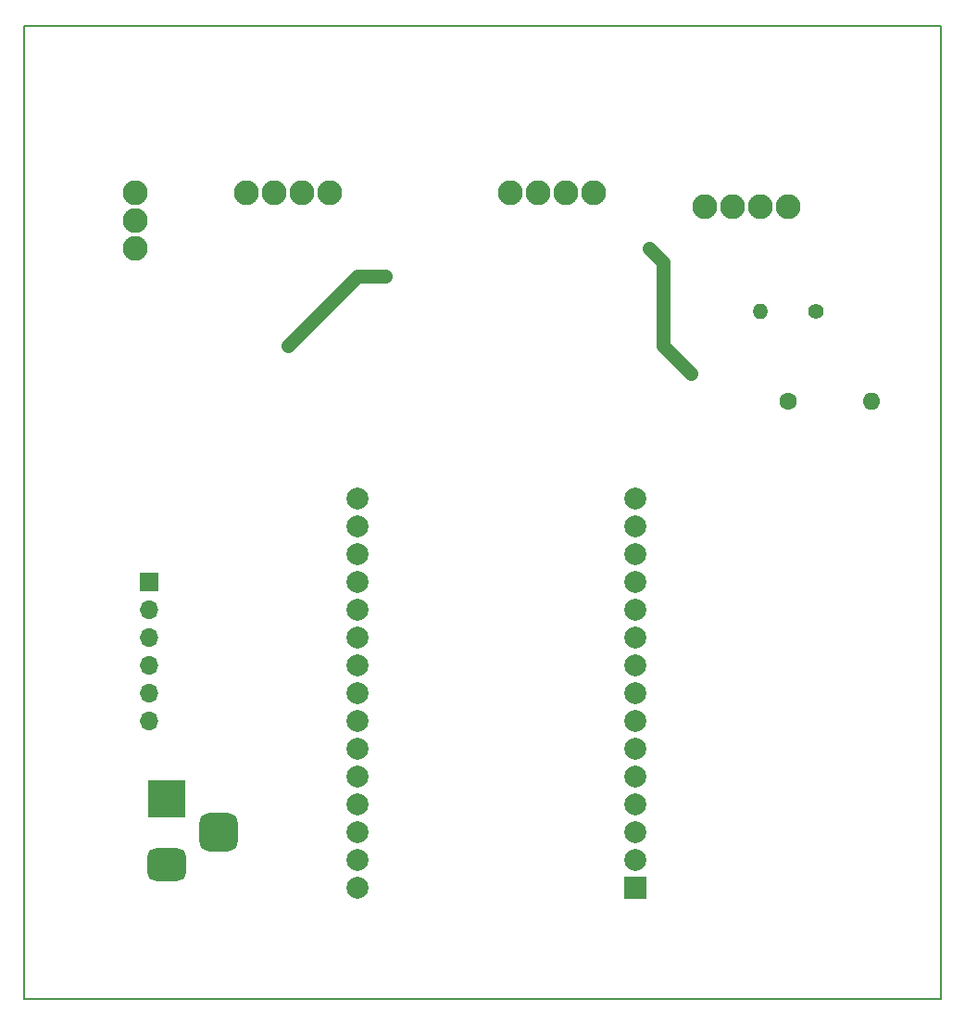
<source format=gbr>
%TF.GenerationSoftware,KiCad,Pcbnew,7.0.8*%
%TF.CreationDate,2023-11-16T13:38:24-05:00*%
%TF.ProjectId,tarbiukuan,74617262-6975-46b7-9561-6e2e6b696361,rev?*%
%TF.SameCoordinates,Original*%
%TF.FileFunction,Copper,L1,Top*%
%TF.FilePolarity,Positive*%
%FSLAX46Y46*%
G04 Gerber Fmt 4.6, Leading zero omitted, Abs format (unit mm)*
G04 Created by KiCad (PCBNEW 7.0.8) date 2023-11-16 13:38:24*
%MOMM*%
%LPD*%
G01*
G04 APERTURE LIST*
G04 Aperture macros list*
%AMRoundRect*
0 Rectangle with rounded corners*
0 $1 Rounding radius*
0 $2 $3 $4 $5 $6 $7 $8 $9 X,Y pos of 4 corners*
0 Add a 4 corners polygon primitive as box body*
4,1,4,$2,$3,$4,$5,$6,$7,$8,$9,$2,$3,0*
0 Add four circle primitives for the rounded corners*
1,1,$1+$1,$2,$3*
1,1,$1+$1,$4,$5*
1,1,$1+$1,$6,$7*
1,1,$1+$1,$8,$9*
0 Add four rect primitives between the rounded corners*
20,1,$1+$1,$2,$3,$4,$5,0*
20,1,$1+$1,$4,$5,$6,$7,0*
20,1,$1+$1,$6,$7,$8,$9,0*
20,1,$1+$1,$8,$9,$2,$3,0*%
%AMFreePoly0*
4,1,35,0.312797,1.099367,0.509479,1.023172,0.688811,0.912134,0.844687,0.770034,0.971798,0.601712,1.065816,0.412899,1.123538,0.210026,1.143000,0.000000,1.123538,-0.210026,1.065816,-0.412899,0.971798,-0.601712,0.844687,-0.770034,0.688811,-0.912134,0.509479,-1.023172,0.312797,-1.099367,0.105463,-1.138124,-0.105463,-1.138124,-0.312797,-1.099367,-0.509479,-1.023172,-0.688811,-0.912134,
-0.844687,-0.770034,-0.971798,-0.601712,-1.065816,-0.412899,-1.123538,-0.210026,-1.143000,0.000000,-1.123538,0.210026,-1.065816,0.412899,-0.971798,0.601712,-0.844687,0.770034,-0.688811,0.912134,-0.509479,1.023172,-0.312797,1.099367,-0.105463,1.138124,0.105463,1.138124,0.312797,1.099367,0.312797,1.099367,$1*%
G04 Aperture macros list end*
%TA.AperFunction,NonConductor*%
%ADD10C,0.200000*%
%TD*%
%TA.AperFunction,ComponentPad*%
%ADD11R,2.000000X2.000000*%
%TD*%
%TA.AperFunction,ComponentPad*%
%ADD12C,2.000000*%
%TD*%
%TA.AperFunction,ComponentPad*%
%ADD13FreePoly0,180.000000*%
%TD*%
%TA.AperFunction,ComponentPad*%
%ADD14C,1.600000*%
%TD*%
%TA.AperFunction,ComponentPad*%
%ADD15O,1.600000X1.600000*%
%TD*%
%TA.AperFunction,ComponentPad*%
%ADD16R,1.700000X1.700000*%
%TD*%
%TA.AperFunction,ComponentPad*%
%ADD17O,1.700000X1.700000*%
%TD*%
%TA.AperFunction,ComponentPad*%
%ADD18R,3.500000X3.500000*%
%TD*%
%TA.AperFunction,ComponentPad*%
%ADD19RoundRect,0.750000X1.000000X-0.750000X1.000000X0.750000X-1.000000X0.750000X-1.000000X-0.750000X0*%
%TD*%
%TA.AperFunction,ComponentPad*%
%ADD20RoundRect,0.875000X0.875000X-0.875000X0.875000X0.875000X-0.875000X0.875000X-0.875000X-0.875000X0*%
%TD*%
%TA.AperFunction,ComponentPad*%
%ADD21C,1.400000*%
%TD*%
%TA.AperFunction,ComponentPad*%
%ADD22O,1.400000X1.400000*%
%TD*%
%TA.AperFunction,ComponentPad*%
%ADD23FreePoly0,90.000000*%
%TD*%
%TA.AperFunction,ComponentPad*%
%ADD24FreePoly0,0.000000*%
%TD*%
%TA.AperFunction,ViaPad*%
%ADD25C,0.800000*%
%TD*%
%TA.AperFunction,Conductor*%
%ADD26C,1.300000*%
%TD*%
G04 APERTURE END LIST*
D10*
X96520000Y-58420000D02*
X180340000Y-58420000D01*
X180340000Y-147320000D01*
X96520000Y-147320000D01*
X96520000Y-58420000D01*
D11*
%TO.P,U1,1,3V3*%
%TO.N,+3.3V*%
X152400000Y-137160000D03*
D12*
%TO.P,U1,2,GND*%
%TO.N,GND*%
X152400000Y-134620000D03*
%TO.P,U1,3,D15*%
%TO.N,unconnected-(U1-D15-Pad3)*%
X152400000Y-132080000D03*
%TO.P,U1,4,D2*%
%TO.N,unconnected-(U1-D2-Pad4)*%
X152400000Y-129540000D03*
%TO.P,U1,5,D4*%
%TO.N,unconnected-(U1-D4-Pad5)*%
X152400000Y-127000000D03*
%TO.P,U1,6,RX2*%
%TO.N,unconnected-(U1-RX2-Pad6)*%
X152400000Y-124460000D03*
%TO.P,U1,7,TX2*%
%TO.N,unconnected-(U1-TX2-Pad7)*%
X152400000Y-121920000D03*
%TO.P,U1,8,D5*%
%TO.N,unconnected-(U1-D5-Pad8)*%
X152400000Y-119380000D03*
%TO.P,U1,9,D18*%
%TO.N,unconnected-(U1-D18-Pad9)*%
X152400000Y-116840000D03*
%TO.P,U1,10,D19*%
%TO.N,/SDA1*%
X152400000Y-114300000D03*
%TO.P,U1,11,D21*%
%TO.N,/SDA*%
X152400000Y-111760000D03*
%TO.P,U1,12,RX0*%
%TO.N,unconnected-(U1-RX0-Pad12)*%
X152400000Y-109220000D03*
%TO.P,U1,13,TX0*%
%TO.N,unconnected-(U1-TX0-Pad13)*%
X152400000Y-106680000D03*
%TO.P,U1,14,D22*%
%TO.N,/SCL*%
X152400000Y-104140000D03*
%TO.P,U1,15,D23*%
%TO.N,/SCL1*%
X152400000Y-101600000D03*
%TO.P,U1,16,EN*%
%TO.N,unconnected-(U1-EN-Pad16)*%
X127000000Y-101600000D03*
%TO.P,U1,17,VP*%
%TO.N,unconnected-(U1-VP-Pad17)*%
X127000000Y-104140000D03*
%TO.P,U1,18,VN*%
%TO.N,unconnected-(U1-VN-Pad18)*%
X127000000Y-106680000D03*
%TO.P,U1,19,D34*%
%TO.N,unconnected-(U1-D34-Pad19)*%
X127000000Y-109220000D03*
%TO.P,U1,20,D35*%
%TO.N,/D35*%
X127000000Y-111760000D03*
%TO.P,U1,21,D32*%
%TO.N,unconnected-(U1-D32-Pad21)*%
X127000000Y-114300000D03*
%TO.P,U1,22,D33*%
%TO.N,unconnected-(U1-D33-Pad22)*%
X127000000Y-116840000D03*
%TO.P,U1,23,D25*%
%TO.N,/D25*%
X127000000Y-119380000D03*
%TO.P,U1,24,D26*%
%TO.N,/D26*%
X127000000Y-121920000D03*
%TO.P,U1,25,D27*%
%TO.N,/D27*%
X127000000Y-124460000D03*
%TO.P,U1,26,D14*%
%TO.N,/OUT*%
X127000000Y-127000000D03*
%TO.P,U1,27,D12*%
%TO.N,unconnected-(U1-D12-Pad27)*%
X127000000Y-129540000D03*
%TO.P,U1,28,D13*%
%TO.N,unconnected-(U1-D13-Pad28)*%
X127000000Y-132080000D03*
%TO.P,U1,29,GND*%
%TO.N,GND*%
X127000000Y-134620000D03*
%TO.P,U1,30,VIN*%
%TO.N,+5V*%
X127000000Y-137160000D03*
%TD*%
D13*
%TO.P,MLX1,1,SDA*%
%TO.N,/SDA*%
X166370000Y-74930000D03*
%TO.P,MLX1,2,SCL*%
%TO.N,/SCL*%
X163830000Y-74930000D03*
%TO.P,MLX1,3,GND*%
%TO.N,GND*%
X161290000Y-74930000D03*
%TO.P,MLX1,4,VIN*%
%TO.N,+3.3V*%
X158750000Y-74930000D03*
%TD*%
D14*
%TO.P,R1,1*%
%TO.N,/SDA*%
X166370000Y-92710000D03*
D15*
%TO.P,R1,2*%
%TO.N,+3.3V*%
X173990000Y-92710000D03*
%TD*%
D16*
%TO.P,J1,1,Pin_1*%
%TO.N,GND*%
X107950000Y-109220000D03*
D17*
%TO.P,J1,2,Pin_2*%
%TO.N,/D35*%
X107950000Y-111760000D03*
%TO.P,J1,3,Pin_3*%
%TO.N,/D25*%
X107950000Y-114300000D03*
%TO.P,J1,4,Pin_4*%
%TO.N,/D26*%
X107950000Y-116840000D03*
%TO.P,J1,5,Pin_5*%
%TO.N,/D27*%
X107950000Y-119380000D03*
%TO.P,J1,6,Pin_6*%
%TO.N,+5V*%
X107950000Y-121920000D03*
%TD*%
D18*
%TO.P,J3,1*%
%TO.N,+5V*%
X109600000Y-129080000D03*
D19*
%TO.P,J3,2*%
%TO.N,GND*%
X109600000Y-135080000D03*
D20*
%TO.P,J3,3*%
X114300000Y-132080000D03*
%TD*%
D21*
%TO.P,R2,1*%
%TO.N,+3.3V*%
X168910000Y-84533750D03*
D22*
%TO.P,R2,2*%
%TO.N,/SCL*%
X163830000Y-84533750D03*
%TD*%
D23*
%TO.P,Son1,1,GND*%
%TO.N,GND*%
X106680000Y-78740000D03*
%TO.P,Son1,2,OUT*%
%TO.N,/OUT*%
X106680000Y-76200000D03*
%TO.P,Son1,3,+5V*%
%TO.N,+3.3V*%
X106680000Y-73660000D03*
%TD*%
D13*
%TO.P,Oled1,1,GND*%
%TO.N,GND*%
X148590000Y-73660000D03*
%TO.P,Oled1,2,VCC*%
%TO.N,+3.3V*%
X146050000Y-73660000D03*
%TO.P,Oled1,3,SCL*%
%TO.N,/SCL*%
X143510000Y-73660000D03*
%TO.P,Oled1,4,SDA*%
%TO.N,/SDA*%
X140970000Y-73660000D03*
%TD*%
D24*
%TO.P,MAX1,1,VIN*%
%TO.N,+3.3V*%
X116840000Y-73660000D03*
%TO.P,MAX1,2,SDA*%
%TO.N,/SDA1*%
X119380000Y-73660000D03*
%TO.P,MAX1,3,SCL*%
%TO.N,/SCL1*%
X121920000Y-73660000D03*
%TO.P,MAX1,4,GND*%
%TO.N,GND*%
X124460000Y-73660000D03*
%TD*%
D25*
%TO.N,GND*%
X129540000Y-81280000D03*
X120650000Y-87630000D03*
X153670000Y-78740000D03*
X157480000Y-90170000D03*
%TD*%
D26*
%TO.N,GND*%
X127000000Y-81280000D02*
X120650000Y-87630000D01*
X129540000Y-81280000D02*
X127000000Y-81280000D01*
X154940000Y-87630000D02*
X157480000Y-90170000D01*
X154940000Y-80010000D02*
X154940000Y-87630000D01*
X153670000Y-78740000D02*
X154940000Y-80010000D01*
%TD*%
M02*

</source>
